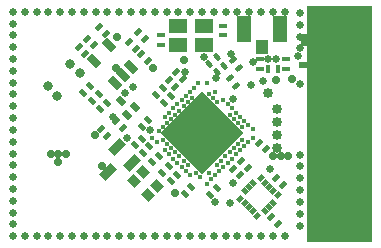
<source format=gts>
G04*
G04 #@! TF.GenerationSoftware,Altium Limited,Altium Designer,24.8.2 (39)*
G04*
G04 Layer_Color=8388736*
%FSLAX44Y44*%
%MOMM*%
G71*
G04*
G04 #@! TF.SameCoordinates,51F5D0A7-D834-435B-83A4-D3E02903F5C0*
G04*
G04*
G04 #@! TF.FilePolarity,Negative*
G04*
G01*
G75*
%ADD18C,0.7000*%
G04:AMPARAMS|DCode=35|XSize=0.7mm|YSize=0.3803mm|CornerRadius=0mm|HoleSize=0mm|Usage=FLASHONLY|Rotation=135.000|XOffset=0mm|YOffset=0mm|HoleType=Round|Shape=Rectangle|*
%AMROTATEDRECTD35*
4,1,4,0.3819,-0.1130,0.1130,-0.3819,-0.3819,0.1130,-0.1130,0.3819,0.3819,-0.1130,0.0*
%
%ADD35ROTATEDRECTD35*%

%ADD36R,0.3803X0.7000*%
G04:AMPARAMS|DCode=37|XSize=0.7mm|YSize=0.3803mm|CornerRadius=0mm|HoleSize=0mm|Usage=FLASHONLY|Rotation=45.000|XOffset=0mm|YOffset=0mm|HoleType=Round|Shape=Rectangle|*
%AMROTATEDRECTD37*
4,1,4,-0.1130,-0.3819,-0.3819,-0.1130,0.1130,0.3819,0.3819,0.1130,-0.1130,-0.3819,0.0*
%
%ADD37ROTATEDRECTD37*%

%ADD38R,0.7000X0.3803*%
%ADD39C,0.8000*%
G04:AMPARAMS|DCode=40|XSize=1.1mm|YSize=0.7mm|CornerRadius=0mm|HoleSize=0mm|Usage=FLASHONLY|Rotation=315.000|XOffset=0mm|YOffset=0mm|HoleType=Round|Shape=Rectangle|*
%AMROTATEDRECTD40*
4,1,4,-0.6364,0.1414,-0.1414,0.6364,0.6364,-0.1414,0.1414,-0.6364,-0.6364,0.1414,0.0*
%
%ADD40ROTATEDRECTD40*%

%ADD41R,1.5000X1.2500*%
%ADD42C,0.3750*%
%ADD43P,7.0004X4X360.0*%
G04:AMPARAMS|DCode=44|XSize=0.7mm|YSize=0.3803mm|CornerRadius=0mm|HoleSize=0mm|Usage=FLASHONLY|Rotation=310.000|XOffset=0mm|YOffset=0mm|HoleType=Round|Shape=Rectangle|*
%AMROTATEDRECTD44*
4,1,4,-0.3706,0.1459,-0.0793,0.3903,0.3706,-0.1459,0.0793,-0.3903,-0.3706,0.1459,0.0*
%
%ADD44ROTATEDRECTD44*%

%ADD45R,1.6000X0.6000*%
%ADD46R,0.6000X1.0000*%
G04:AMPARAMS|DCode=47|XSize=0.55mm|YSize=0.45mm|CornerRadius=0mm|HoleSize=0mm|Usage=FLASHONLY|Rotation=225.000|XOffset=0mm|YOffset=0mm|HoleType=Round|Shape=Rectangle|*
%AMROTATEDRECTD47*
4,1,4,0.0354,0.3536,0.3536,0.0354,-0.0354,-0.3536,-0.3536,-0.0354,0.0354,0.3536,0.0*
%
%ADD47ROTATEDRECTD47*%

G04:AMPARAMS|DCode=48|XSize=0.45mm|YSize=0.55mm|CornerRadius=0mm|HoleSize=0mm|Usage=FLASHONLY|Rotation=225.000|XOffset=0mm|YOffset=0mm|HoleType=Round|Shape=Rectangle|*
%AMROTATEDRECTD48*
4,1,4,-0.0354,0.3536,0.3536,-0.0354,0.0354,-0.3536,-0.3536,0.0354,-0.0354,0.3536,0.0*
%
%ADD48ROTATEDRECTD48*%

G04:AMPARAMS|DCode=49|XSize=0.7mm|YSize=0.3803mm|CornerRadius=0mm|HoleSize=0mm|Usage=FLASHONLY|Rotation=220.000|XOffset=0mm|YOffset=0mm|HoleType=Round|Shape=Rectangle|*
%AMROTATEDRECTD49*
4,1,4,0.1459,0.3706,0.3903,0.0793,-0.1459,-0.3706,-0.3903,-0.0793,0.1459,0.3706,0.0*
%
%ADD49ROTATEDRECTD49*%

%ADD50C,0.8500*%
%ADD51R,1.2000X2.3000*%
%ADD52R,1.1000X1.1500*%
G04:AMPARAMS|DCode=53|XSize=0.8mm|YSize=0.9mm|CornerRadius=0mm|HoleSize=0mm|Usage=FLASHONLY|Rotation=225.000|XOffset=0mm|YOffset=0mm|HoleType=Round|Shape=Rectangle|*
%AMROTATEDRECTD53*
4,1,4,-0.0354,0.6010,0.6010,-0.0354,0.0354,-0.6010,-0.6010,0.0354,-0.0354,0.6010,0.0*
%
%ADD53ROTATEDRECTD53*%

G04:AMPARAMS|DCode=54|XSize=0.5mm|YSize=0.8mm|CornerRadius=0mm|HoleSize=0mm|Usage=FLASHONLY|Rotation=45.000|XOffset=0mm|YOffset=0mm|HoleType=Round|Shape=Rectangle|*
%AMROTATEDRECTD54*
4,1,4,0.1061,-0.4596,-0.4596,0.1061,-0.1061,0.4596,0.4596,-0.1061,0.1061,-0.4596,0.0*
%
%ADD54ROTATEDRECTD54*%

G04:AMPARAMS|DCode=55|XSize=1.35mm|YSize=0.8mm|CornerRadius=0mm|HoleSize=0mm|Usage=FLASHONLY|Rotation=45.000|XOffset=0mm|YOffset=0mm|HoleType=Round|Shape=Rectangle|*
%AMROTATEDRECTD55*
4,1,4,-0.1945,-0.7601,-0.7601,-0.1945,0.1945,0.7601,0.7601,0.1945,-0.1945,-0.7601,0.0*
%
%ADD55ROTATEDRECTD55*%

%ADD56C,0.6588*%
G36*
X154126Y100000D02*
X99126D01*
Y-100000D01*
X154126D01*
Y100000D01*
D02*
G37*
D18*
X76531Y-27107D02*
D03*
X70031D02*
D03*
X86100Y37815D02*
D03*
X13714Y-28937D02*
D03*
X-105214Y-25634D02*
D03*
X27290Y1777D02*
D03*
X8411Y-34330D02*
D03*
X3107Y-28826D02*
D03*
X83031Y-27107D02*
D03*
X-74730Y-35546D02*
D03*
X24527Y-17594D02*
D03*
X-61867Y73812D02*
D03*
X22241Y6786D02*
D03*
X-111714Y-25634D02*
D03*
X19130Y-23339D02*
D03*
X-12947Y-58270D02*
D03*
X-111714Y-32134D02*
D03*
X29978Y-11853D02*
D03*
X32741Y-3670D02*
D03*
X-118214Y-25634D02*
D03*
X-80782Y-9101D02*
D03*
X-31412Y47813D02*
D03*
X-5580Y53905D02*
D03*
X11946Y17286D02*
D03*
X-62637Y47605D02*
D03*
X16955Y12089D02*
D03*
X72582Y37362D02*
D03*
D35*
X16952Y-59772D02*
D03*
X22749Y-53975D02*
D03*
X-90363Y26407D02*
D03*
X-84567Y32203D02*
D03*
X-76092Y12288D02*
D03*
X-70296Y18084D02*
D03*
X-46838Y-18104D02*
D03*
X-41041Y-12308D02*
D03*
X-83156Y19323D02*
D03*
X-77359Y25119D02*
D03*
X-41162Y-2202D02*
D03*
X-35366Y3594D02*
D03*
X-4741Y-59551D02*
D03*
X1055Y-53755D02*
D03*
X-23074Y30620D02*
D03*
X-28870Y24824D02*
D03*
X-26606Y-26800D02*
D03*
X-32402Y-32596D02*
D03*
X-22210Y18109D02*
D03*
X-16414Y23905D02*
D03*
X-40241Y-24737D02*
D03*
X-34444Y-18941D02*
D03*
X-18141Y-35622D02*
D03*
X-23938Y-41418D02*
D03*
X-16595Y-48599D02*
D03*
X-10799Y-42803D02*
D03*
D36*
X65855Y46826D02*
D03*
X74052D02*
D03*
D37*
X-62583Y2255D02*
D03*
X-56786Y-3542D02*
D03*
X-43800Y78145D02*
D03*
X-38003Y72349D02*
D03*
X-75802Y-3974D02*
D03*
X-70006Y-9770D02*
D03*
X-18195Y37193D02*
D03*
X-12399Y31397D02*
D03*
X-88721Y59347D02*
D03*
X-94517Y65143D02*
D03*
X-11669Y44282D02*
D03*
X-5873Y38486D02*
D03*
X49062Y-36907D02*
D03*
X43266Y-31111D02*
D03*
X74251Y-84638D02*
D03*
X68454Y-78842D02*
D03*
X72555Y-45709D02*
D03*
X78351Y-51506D02*
D03*
X-81792Y66553D02*
D03*
X-87588Y72349D02*
D03*
X64009Y-21564D02*
D03*
X58212Y-15768D02*
D03*
X-71424Y75992D02*
D03*
X-77220Y81788D02*
D03*
X-45825Y63408D02*
D03*
X-51621Y69204D02*
D03*
X-35622Y53376D02*
D03*
X-41418Y59172D02*
D03*
X42341Y-43594D02*
D03*
X36545Y-37798D02*
D03*
D38*
X80953Y46727D02*
D03*
Y54924D02*
D03*
X58953Y46727D02*
D03*
Y54924D02*
D03*
X27883Y83245D02*
D03*
Y75048D02*
D03*
X-24676Y66948D02*
D03*
Y75146D02*
D03*
D39*
X-93560Y42867D02*
D03*
X-112362Y24065D02*
D03*
X-120494Y32196D02*
D03*
X-101692Y50998D02*
D03*
D40*
X-63344Y34877D02*
D03*
X-56627Y41595D02*
D03*
X-49909Y48312D02*
D03*
X-68294Y66697D02*
D03*
X-81729Y53262D02*
D03*
D41*
X11530Y83264D02*
D03*
X-10469D02*
D03*
Y67263D02*
D03*
X11530D02*
D03*
D42*
X-17865Y9635D02*
D03*
X-14329Y13170D02*
D03*
X-10793Y16706D02*
D03*
X-7258Y20241D02*
D03*
X-3722Y23777D02*
D03*
X-187Y27313D02*
D03*
X3349Y30848D02*
D03*
X6884Y34383D02*
D03*
X-21400Y6099D02*
D03*
X49311Y-972D02*
D03*
X8652Y-45166D02*
D03*
X26330Y-31024D02*
D03*
X29865Y-27488D02*
D03*
X33401Y-23953D02*
D03*
X36936Y-20417D02*
D03*
X40472Y-16882D02*
D03*
X44007Y-13346D02*
D03*
X52846Y-4507D02*
D03*
X15723Y-41630D02*
D03*
X22794Y-34559D02*
D03*
X28097Y-36327D02*
D03*
X31633Y-32792D02*
D03*
X35168Y-29256D02*
D03*
X38704Y-25721D02*
D03*
X42239Y-22185D02*
D03*
X45775Y-18649D02*
D03*
X49311Y-15114D02*
D03*
X52846Y-11578D02*
D03*
X13955Y-50469D02*
D03*
X17491Y-46934D02*
D03*
X21026Y-43398D02*
D03*
X24562Y-39863D02*
D03*
X-12561Y7867D02*
D03*
X-9026Y11403D02*
D03*
X-5490Y14938D02*
D03*
X-1955Y18474D02*
D03*
X1581Y22009D02*
D03*
X-32007Y-11578D02*
D03*
X13955Y34383D02*
D03*
X-26703Y-6275D02*
D03*
X-23168Y-2740D02*
D03*
X-19632Y796D02*
D03*
X-16097Y4331D02*
D03*
X-28471Y-15114D02*
D03*
X15723Y25545D02*
D03*
X-23168Y-13346D02*
D03*
X21026Y27313D02*
D03*
X19259Y22009D02*
D03*
X-19632Y-16882D02*
D03*
X-21400Y-22185D02*
D03*
X22794Y18474D02*
D03*
X-16097Y-20417D02*
D03*
X-17865Y-25721D02*
D03*
X28097Y20241D02*
D03*
X-12561Y-23953D02*
D03*
X-14329Y-29256D02*
D03*
X31633Y16706D02*
D03*
X-9026Y-27488D02*
D03*
X-10793Y-32792D02*
D03*
X35168Y13170D02*
D03*
X33401Y7867D02*
D03*
X-5490Y-31024D02*
D03*
X-7258Y-36327D02*
D03*
X38704Y9635D02*
D03*
X36936Y4331D02*
D03*
X-1955Y-34559D02*
D03*
X-3722Y-39863D02*
D03*
X42239Y6099D02*
D03*
X40472Y796D02*
D03*
X-187Y-43398D02*
D03*
X45775Y2564D02*
D03*
X44007Y-2740D02*
D03*
X5116Y-41630D02*
D03*
D43*
X10420Y-8043D02*
D03*
D44*
X28858Y49398D02*
D03*
X22578Y44130D02*
D03*
X22551Y56429D02*
D03*
X16271Y51160D02*
D03*
D45*
X99626Y50000D02*
D03*
D46*
X96627Y71000D02*
D03*
D47*
X74053Y-60268D02*
D03*
X70517Y-56732D02*
D03*
X66982Y-53197D02*
D03*
X63446Y-49661D02*
D03*
X59910Y-46125D02*
D03*
X42586Y-63450D02*
D03*
X46122Y-66985D02*
D03*
X49658Y-70521D02*
D03*
X53193Y-74056D02*
D03*
X56729Y-77592D02*
D03*
D48*
X53193Y-49661D02*
D03*
X49658Y-53197D02*
D03*
X46122Y-56732D02*
D03*
X63446Y-74056D02*
D03*
X66982Y-70521D02*
D03*
X70517Y-66985D02*
D03*
D49*
X38795Y32304D02*
D03*
X33526Y38583D02*
D03*
X41502Y47632D02*
D03*
X36233Y53912D02*
D03*
D50*
X73634Y12501D02*
D03*
Y-20189D02*
D03*
X65671Y26471D02*
D03*
X73314Y-9293D02*
D03*
X73634Y1604D02*
D03*
D51*
X75981Y80450D02*
D03*
X45981D02*
D03*
D52*
X60981Y65450D02*
D03*
D53*
X-40009Y-40476D02*
D03*
X-27988Y-52496D02*
D03*
X-35767Y-60275D02*
D03*
X-47787Y-48254D02*
D03*
D54*
X-53744Y7487D02*
D03*
X-46560Y14671D02*
D03*
X-58637Y19564D02*
D03*
D55*
X-48842Y-33089D02*
D03*
X-62270Y-19662D02*
D03*
X-69691Y-40525D02*
D03*
D56*
X53445Y52163D02*
D03*
X93126Y94000D02*
D03*
Y84000D02*
D03*
Y74000D02*
D03*
Y64000D02*
D03*
Y34000D02*
D03*
Y-26000D02*
D03*
Y-36000D02*
D03*
Y-46000D02*
D03*
Y-56000D02*
D03*
Y-66000D02*
D03*
Y-76000D02*
D03*
Y-86000D02*
D03*
X-150000Y-95000D02*
D03*
X-140000D02*
D03*
X-130000D02*
D03*
X-120000D02*
D03*
X-110000D02*
D03*
X-100000D02*
D03*
X-90000D02*
D03*
X-80000D02*
D03*
X-70000D02*
D03*
X-60000D02*
D03*
X-50000D02*
D03*
X-40000D02*
D03*
X-30000D02*
D03*
X-20000D02*
D03*
X-10000D02*
D03*
X0D02*
D03*
X10000D02*
D03*
X20000D02*
D03*
X30000D02*
D03*
X40000D02*
D03*
X50000D02*
D03*
X60000D02*
D03*
X70000D02*
D03*
X80000D02*
D03*
X-150000Y-85000D02*
D03*
Y-75000D02*
D03*
Y-65000D02*
D03*
Y-55000D02*
D03*
Y-45000D02*
D03*
Y-35000D02*
D03*
Y-25000D02*
D03*
Y-15000D02*
D03*
Y-5000D02*
D03*
Y5000D02*
D03*
Y15000D02*
D03*
Y25000D02*
D03*
Y35000D02*
D03*
Y45000D02*
D03*
Y55000D02*
D03*
Y65000D02*
D03*
Y75000D02*
D03*
Y85000D02*
D03*
Y95000D02*
D03*
X-140000D02*
D03*
X-130000D02*
D03*
X-120000D02*
D03*
X-110000D02*
D03*
X-100000D02*
D03*
X-90000D02*
D03*
X-80000D02*
D03*
X-70000D02*
D03*
X-60000D02*
D03*
X-50000D02*
D03*
X-40000D02*
D03*
X-30000D02*
D03*
X-20000D02*
D03*
X-10000D02*
D03*
X0D02*
D03*
X10000D02*
D03*
X20000D02*
D03*
X30000D02*
D03*
X40000D02*
D03*
X50000D02*
D03*
X60000D02*
D03*
X70000D02*
D03*
X80000D02*
D03*
X-53778Y-11688D02*
D03*
X72882Y55377D02*
D03*
X-33629Y-5240D02*
D03*
X36371Y21478D02*
D03*
X33791Y-66692D02*
D03*
X-65617Y5703D02*
D03*
X11599Y56916D02*
D03*
X36248Y-49777D02*
D03*
X61558Y36344D02*
D03*
X34232Y59652D02*
D03*
X-3960Y43818D02*
D03*
X22300Y38743D02*
D03*
X67977Y-38354D02*
D03*
X20741Y-65927D02*
D03*
X65747Y55036D02*
D03*
X-54987Y26184D02*
D03*
X51761Y33152D02*
D03*
X-48172Y31537D02*
D03*
X91007Y57384D02*
D03*
M02*

</source>
